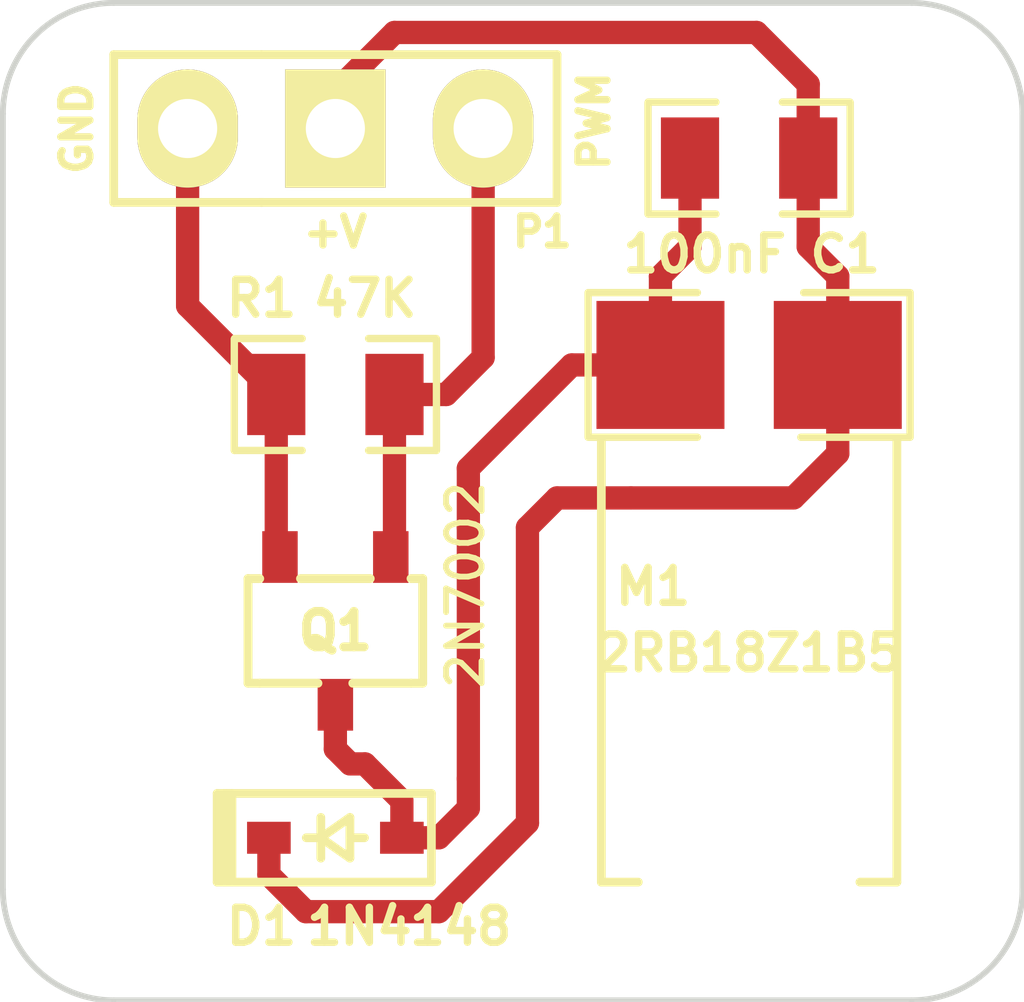
<source format=kicad_pcb>
(kicad_pcb (version 20171130) (host pcbnew "(5.1.12)-1")

  (general
    (thickness 1.6)
    (drawings 8)
    (tracks 45)
    (zones 0)
    (modules 6)
    (nets 5)
  )

  (page A4)
  (layers
    (0 F.Cu signal)
    (31 B.Cu signal)
    (32 B.Adhes user)
    (33 F.Adhes user hide)
    (34 B.Paste user)
    (35 F.Paste user)
    (36 B.SilkS user)
    (37 F.SilkS user)
    (38 B.Mask user)
    (39 F.Mask user)
    (40 Dwgs.User user)
    (41 Cmts.User user)
    (42 Eco1.User user)
    (43 Eco2.User user)
    (44 Edge.Cuts user)
    (45 Margin user)
    (46 B.CrtYd user)
    (47 F.CrtYd user)
    (48 B.Fab user)
    (49 F.Fab user)
  )

  (setup
    (last_trace_width 0.25)
    (trace_clearance 0.2)
    (zone_clearance 0.508)
    (zone_45_only no)
    (trace_min 0.2)
    (via_size 0.6)
    (via_drill 0.4)
    (via_min_size 0.4)
    (via_min_drill 0.3)
    (uvia_size 0.3)
    (uvia_drill 0.1)
    (uvias_allowed no)
    (uvia_min_size 0.2)
    (uvia_min_drill 0.1)
    (edge_width 0.1)
    (segment_width 0.2)
    (pcb_text_width 0.3)
    (pcb_text_size 1.5 1.5)
    (mod_edge_width 0.15)
    (mod_text_size 1 1)
    (mod_text_width 0.15)
    (pad_size 1.5 1.5)
    (pad_drill 0.6)
    (pad_to_mask_clearance 0)
    (aux_axis_origin 167.132 64.643)
    (visible_elements 7FFFFFFF)
    (pcbplotparams
      (layerselection 0x01020_00000001)
      (usegerberextensions false)
      (usegerberattributes true)
      (usegerberadvancedattributes true)
      (creategerberjobfile true)
      (excludeedgelayer true)
      (linewidth 0.100000)
      (plotframeref false)
      (viasonmask false)
      (mode 1)
      (useauxorigin false)
      (hpglpennumber 1)
      (hpglpenspeed 20)
      (hpglpendiameter 15.000000)
      (psnegative false)
      (psa4output false)
      (plotreference true)
      (plotvalue true)
      (plotinvisibletext false)
      (padsonsilk false)
      (subtractmaskfromsilk false)
      (outputformat 1)
      (mirror false)
      (drillshape 0)
      (scaleselection 1)
      (outputdirectory "gerbers/"))
  )

  (net 0 "")
  (net 1 "Net-(C1-Pad2)")
  (net 2 GND)
  (net 3 +5V)
  (net 4 "Net-(P1-Pad3)")

  (net_class Default "This is the default net class."
    (clearance 0.2)
    (trace_width 0.25)
    (via_dia 0.6)
    (via_drill 0.4)
    (uvia_dia 0.3)
    (uvia_drill 0.1)
  )

  (net_class Power ""
    (clearance 0.2)
    (trace_width 0.4)
    (via_dia 0.6)
    (via_drill 0.4)
    (uvia_dia 0.3)
    (uvia_drill 0.1)
    (add_net +5V)
    (add_net GND)
    (add_net "Net-(C1-Pad2)")
    (add_net "Net-(P1-Pad3)")
  )

  (module Vibration_motor (layer F.Cu) (tedit 555B8614) (tstamp 5540F8A3)
    (at 168.656 67.818 180)
    (path /5540F19B)
    (attr smd)
    (fp_text reference M1 (at 1.651 -3.81) (layer F.SilkS)
      (effects (font (size 0.6 0.6) (thickness 0.127)))
    )
    (fp_text value 2RB18Z1B5 (at 0 -4.953) (layer F.SilkS)
      (effects (font (size 0.6 0.6) (thickness 0.127)))
    )
    (fp_line (start -0.889 -1.243) (end -2.74 -1.243) (layer F.SilkS) (width 0.127))
    (fp_line (start 2.74 1.243) (end 0.889 1.243) (layer F.SilkS) (width 0.127))
    (fp_line (start 2.767 -1.243) (end 2.767 1.243) (layer F.SilkS) (width 0.127))
    (fp_line (start 0.889 -1.243) (end 2.74 -1.243) (layer F.SilkS) (width 0.127))
    (fp_line (start -2.74 1.243) (end -0.939 1.243) (layer F.SilkS) (width 0.127))
    (fp_line (start -2.767 -1.243) (end -2.767 1.243) (layer F.SilkS) (width 0.127))
    (fp_line (start 1.905 -8.89) (end 2.54 -8.89) (layer F.SilkS) (width 0.15))
    (fp_line (start -1.905 -8.89) (end -2.54 -8.89) (layer F.SilkS) (width 0.15))
    (fp_line (start 2.54 -8.89) (end 2.54 -1.27) (layer F.SilkS) (width 0.15))
    (fp_line (start -2.54 -8.89) (end -2.54 -1.27) (layer F.SilkS) (width 0.15))
    (pad 1 smd rect (at -1.524 0 180) (size 2.2 2.2) (layers F.Cu F.Paste F.Mask)
      (net 3 +5V))
    (pad 2 smd rect (at 1.524 0 180) (size 2.2 2.2) (layers F.Cu F.Paste F.Mask)
      (net 1 "Net-(C1-Pad2)"))
    (model smd/chip_cms.wrl
      (at (xyz 0 0 0))
      (scale (xyz 0.17 0.16 0.16))
      (rotate (xyz 0 0 0))
    )
  )

  (module Pin_Header_Straight_1x03_MOD (layer F.Cu) (tedit 5578180E) (tstamp 555B6B60)
    (at 159.004 63.754 90)
    (descr "Through hole pin header")
    (tags "pin header")
    (path /553FC63F)
    (fp_text reference P1 (at -1.778 6.096 180) (layer F.SilkS)
      (effects (font (size 0.5 0.5) (thickness 0.125)))
    )
    (fp_text value CONN (at 0 -3.1 90) (layer F.Fab) hide
      (effects (font (size 1 1) (thickness 0.15)))
    )
    (fp_line (start 1.27 -1.27) (end -1.27 -1.27) (layer F.SilkS) (width 0.15))
    (fp_line (start 1.27 6.35) (end 1.27 1.27) (layer F.SilkS) (width 0.15))
    (fp_line (start -1.27 6.35) (end 1.27 6.35) (layer F.SilkS) (width 0.15))
    (fp_line (start -1.27 1.27) (end -1.27 6.35) (layer F.SilkS) (width 0.15))
    (fp_line (start -1.75 6.85) (end 1.75 6.85) (layer F.CrtYd) (width 0.05))
    (fp_line (start -1.75 -1.75) (end 1.75 -1.75) (layer F.CrtYd) (width 0.05))
    (fp_line (start 1.75 -1.75) (end 1.75 6.85) (layer F.CrtYd) (width 0.05))
    (fp_line (start -1.75 -1.75) (end -1.75 6.85) (layer F.CrtYd) (width 0.05))
    (fp_line (start -1.27 1.27) (end -1.27 -1.27) (layer F.SilkS) (width 0.15))
    (fp_line (start 1.27 -1.27) (end 1.27 1.27) (layer F.SilkS) (width 0.15))
    (fp_text user PWM (at 0.127 6.985 270) (layer F.SilkS)
      (effects (font (size 0.5 0.5) (thickness 0.125)))
    )
    (fp_text user +V (at -1.778 2.54 180) (layer F.SilkS)
      (effects (font (size 0.5 0.5) (thickness 0.125)))
    )
    (fp_text user GND (at 0 -1.905 270) (layer F.SilkS)
      (effects (font (size 0.5 0.5) (thickness 0.125)))
    )
    (pad 1 thru_hole oval (at 0 0 90) (size 2.032 1.7272) (drill 1.016) (layers *.Cu *.Mask F.SilkS)
      (net 2 GND))
    (pad 2 thru_hole rect (at 0 2.54 90) (size 2.032 1.7272) (drill 1.016) (layers *.Cu *.Mask F.SilkS)
      (net 3 +5V))
    (pad 3 thru_hole oval (at 0 5.08 90) (size 2.032 1.7272) (drill 1.016) (layers *.Cu *.Mask F.SilkS)
      (net 4 "Net-(P1-Pad3)"))
    (model Pin_Headers.3dshapes/Pin_Header_Straight_1x03.wrl
      (offset (xyz 0 -2.539999961853027 0))
      (scale (xyz 1 1 1))
      (rotate (xyz 0 0 90))
    )
  )

  (module "module library:SMD0805" (layer F.Cu) (tedit 555201EF) (tstamp 5551F689)
    (at 168.656 64.262 180)
    (path /553FB5F0)
    (attr smd)
    (fp_text reference C1 (at -1.651 -1.651) (layer F.SilkS)
      (effects (font (size 0.6 0.6) (thickness 0.127)))
    )
    (fp_text value 100nF (at 0.762 -1.651) (layer F.SilkS)
      (effects (font (size 0.6 0.6) (thickness 0.127)))
    )
    (fp_line (start 1.7335 0.962) (end 0.5715 0.962) (layer F.SilkS) (width 0.127))
    (fp_line (start 1.7375 -0.962) (end 1.7375 0.95) (layer F.SilkS) (width 0.127))
    (fp_line (start 0.5715 -0.962) (end 1.7335 -0.962) (layer F.SilkS) (width 0.127))
    (fp_line (start -1.7335 -0.962) (end -0.5715 -0.962) (layer F.SilkS) (width 0.127))
    (fp_line (start -1.7375 0.95) (end -1.7375 -0.962) (layer F.SilkS) (width 0.127))
    (fp_line (start -0.5715 0.962) (end -1.7335 0.962) (layer F.SilkS) (width 0.127))
    (pad 1 smd rect (at -1.016 0 180) (size 1 1.397) (layers F.Cu F.Paste F.Mask)
      (net 3 +5V))
    (pad 2 smd rect (at 1.016 0 180) (size 1 1.397) (layers F.Cu F.Paste F.Mask)
      (net 1 "Net-(C1-Pad2)"))
    (model smd/chip_cms.wrl
      (at (xyz 0 0 0))
      (scale (xyz 0.1 0.1 0.1))
      (rotate (xyz 0 0 0))
    )
  )

  (module "module library:SMD0805" (layer F.Cu) (tedit 55520218) (tstamp 5551F6DD)
    (at 161.544 68.326 180)
    (path /553FB565)
    (attr smd)
    (fp_text reference R1 (at 1.27 1.651) (layer F.SilkS)
      (effects (font (size 0.6 0.6) (thickness 0.127)))
    )
    (fp_text value 47K (at -0.508 1.651) (layer F.SilkS)
      (effects (font (size 0.6 0.6) (thickness 0.127)))
    )
    (fp_line (start 1.7335 0.962) (end 0.5715 0.962) (layer F.SilkS) (width 0.127))
    (fp_line (start 1.7375 -0.962) (end 1.7375 0.95) (layer F.SilkS) (width 0.127))
    (fp_line (start 0.5715 -0.962) (end 1.7335 -0.962) (layer F.SilkS) (width 0.127))
    (fp_line (start -1.7335 -0.962) (end -0.5715 -0.962) (layer F.SilkS) (width 0.127))
    (fp_line (start -1.7375 0.95) (end -1.7375 -0.962) (layer F.SilkS) (width 0.127))
    (fp_line (start -0.5715 0.962) (end -1.7335 0.962) (layer F.SilkS) (width 0.127))
    (pad 1 smd rect (at -1.016 0 180) (size 1 1.397) (layers F.Cu F.Paste F.Mask)
      (net 4 "Net-(P1-Pad3)"))
    (pad 2 smd rect (at 1.016 0 180) (size 1 1.397) (layers F.Cu F.Paste F.Mask)
      (net 2 GND))
    (model smd/chip_cms.wrl
      (at (xyz 0 0 0))
      (scale (xyz 0.1 0.1 0.1))
      (rotate (xyz 0 0 0))
    )
  )

  (module "module library:SOD-323" (layer F.Cu) (tedit 557805AF) (tstamp 5551FB8B)
    (at 161.544 75.946)
    (descr SOD-323)
    (tags SOD-323)
    (path /5540F39F)
    (attr smd)
    (fp_text reference D1 (at -1.27 1.524) (layer F.SilkS)
      (effects (font (size 0.6 0.6) (thickness 0.127)))
    )
    (fp_text value 1N4148 (at 1.27 1.524) (layer F.SilkS)
      (effects (font (size 0.6 0.6) (thickness 0.127)))
    )
    (fp_line (start -1.6905 -0.95) (end -1.6905 0.95) (layer F.CrtYd) (width 0.05))
    (fp_line (start -1.6905 0.95) (end 1.63 0.95) (layer F.CrtYd) (width 0.05))
    (fp_line (start 1.627 -0.95) (end 1.627 0.95) (layer F.CrtYd) (width 0.05))
    (fp_line (start -1.6905 -0.95) (end 1.63 -0.95) (layer F.CrtYd) (width 0.05))
    (fp_line (start -0.25 -0.35) (end -0.25 0.35) (layer F.SilkS) (width 0.15))
    (fp_line (start 0.25 0.35) (end -0.25 0) (layer F.SilkS) (width 0.15))
    (fp_line (start 0.25 -0.35) (end 0.25 0.35) (layer F.SilkS) (width 0.15))
    (fp_line (start -0.25 0) (end 0.25 -0.35) (layer F.SilkS) (width 0.15))
    (fp_line (start -0.25 0) (end -0.5 0) (layer F.SilkS) (width 0.15))
    (fp_line (start 0.25 0) (end 0.5 0) (layer F.SilkS) (width 0.15))
    (fp_line (start 1.651 0.762) (end -2.032 0.762) (layer F.SilkS) (width 0.15))
    (fp_line (start -1.905 -0.762) (end 1.651 -0.762) (layer F.SilkS) (width 0.15))
    (fp_line (start 1.651 -0.762) (end 1.651 0.762) (layer F.SilkS) (width 0.15))
    (fp_line (start -1.778 -0.762) (end -1.778 0.762) (layer F.SilkS) (width 0.15))
    (fp_line (start -1.905 0.762) (end -1.905 -0.762) (layer F.SilkS) (width 0.15))
    (fp_line (start -2.032 -0.762) (end -2.032 0.762) (layer F.SilkS) (width 0.15))
    (fp_line (start -2.032 -0.762) (end -1.778 -0.762) (layer F.SilkS) (width 0.15))
    (pad 1 smd rect (at -1.143 0) (size 0.75 0.55) (layers F.Cu F.Paste F.Mask)
      (net 3 +5V))
    (pad 2 smd rect (at 1.143 0) (size 0.75 0.55) (layers F.Cu F.Paste F.Mask)
      (net 1 "Net-(C1-Pad2)"))
  )

  (module "module library:SOT23-5_MOD_PINOUT" (layer F.Cu) (tedit 555B8867) (tstamp 555206F9)
    (at 161.544 72.39 180)
    (tags SOT23-5_Opendous)
    (path /553FBAA5)
    (attr smd)
    (fp_text reference Q1 (at 0 0 180) (layer F.SilkS)
      (effects (font (size 0.6096 0.6096) (thickness 0.1524)))
    )
    (fp_text value 2N7002 (at -2.2352 0.7874 90) (layer F.SilkS)
      (effects (font (size 0.6096 0.6096) (thickness 0.1)))
    )
    (fp_line (start 1.50114 0.89916) (end 1.50114 -0.89916) (layer F.SilkS) (width 0.1524))
    (fp_line (start 1.50114 -0.89916) (end 1.30048 -0.89916) (layer F.SilkS) (width 0.1524))
    (fp_line (start 1.50114 0.89916) (end 1.30048 0.89916) (layer F.SilkS) (width 0.1524))
    (fp_line (start -1.50114 0.89916) (end -1.30048 0.89916) (layer F.SilkS) (width 0.1524))
    (fp_line (start -1.50114 -0.89916) (end -1.50114 0.89916) (layer F.SilkS) (width 0.1524))
    (fp_line (start -1.50114 -0.89916) (end -1.30048 -0.89916) (layer F.SilkS) (width 0.1524))
    (fp_line (start 1.30048 -0.89916) (end 0.29972 -0.89916) (layer F.SilkS) (width 0.1524))
    (fp_line (start -1.30048 -0.89916) (end -0.29972 -0.89916) (layer F.SilkS) (width 0.1524))
    (fp_line (start -0.59944 0.89916) (end 0.59944 0.89916) (layer F.SilkS) (width 0.1524))
    (pad 3 smd rect (at 0.9525 1.27 180) (size 0.6096 0.889) (layers F.Cu F.Paste F.Mask)
      (net 2 GND))
    (pad 2 smd rect (at -0.9525 1.27 180) (size 0.6096 0.889) (layers F.Cu F.Paste F.Mask)
      (net 4 "Net-(P1-Pad3)"))
    (pad 1 smd rect (at 0 -1.27 180) (size 0.6096 0.889) (layers F.Cu F.Paste F.Mask)
      (net 1 "Net-(C1-Pad2)"))
    (model techno/SOT23_6.wrl
      (offset (xyz 0 0 0.02539999961853028))
      (scale (xyz 0.3937 0.3937 0.3937))
      (rotate (xyz -90 0 0))
    )
  )

  (gr_line (start 171.45 78.74) (end 157.734 78.74) (angle 90) (layer Edge.Cuts) (width 0.1))
  (gr_line (start 157.734 61.595) (end 171.45 61.595) (angle 90) (layer Edge.Cuts) (width 0.1))
  (gr_line (start 155.829 63.5) (end 155.829 76.835) (angle 90) (layer Edge.Cuts) (width 0.1))
  (gr_line (start 173.355 63.5) (end 173.355 76.835) (angle 90) (layer Edge.Cuts) (width 0.1))
  (gr_arc (start 157.734 76.835) (end 157.734 78.74) (angle 90) (layer Edge.Cuts) (width 0.1))
  (gr_arc (start 171.45 76.835) (end 173.355 76.835) (angle 90) (layer Edge.Cuts) (width 0.1))
  (gr_arc (start 157.734 63.5) (end 155.829 63.5) (angle 90) (layer Edge.Cuts) (width 0.1))
  (gr_arc (start 171.45 63.5) (end 171.45 61.595) (angle 90) (layer Edge.Cuts) (width 0.1))

  (segment (start 167.64 65.786) (end 167.132 66.294) (width 0.4) (layer F.Cu) (net 1) (tstamp 557806B2))
  (segment (start 167.64 64.262) (end 167.64 65.786) (width 0.4) (layer F.Cu) (net 1))
  (segment (start 167.132 66.294) (end 167.132 67.818) (width 0.4) (layer F.Cu) (net 1) (tstamp 557806B3))
  (segment (start 162.687 75.946) (end 162.814 75.946) (width 0.4) (layer F.Cu) (net 1))
  (segment (start 162.687 75.311) (end 162.052 74.676) (width 0.4) (layer F.Cu) (net 1) (tstamp 557815DA))
  (segment (start 162.052 74.676) (end 161.798 74.676) (width 0.4) (layer F.Cu) (net 1) (tstamp 557815DF))
  (segment (start 161.798 74.676) (end 161.544 74.422) (width 0.4) (layer F.Cu) (net 1) (tstamp 557815))
  (segment (start 161.544 74.422) (end 161.544 73.66) (width 0.4) (layer F.Cu) (net 1) (tstamp 55781500))
  (segment (start 162.687 75.946) (end 162.687 75.311) (width 0.4) (layer F.Cu) (net 1))
  (segment (start 163.322 75.946) (end 163.83 75.438) (width 0.4) (layer F.Cu) (net 1) (tstamp 557815EA))
  (segment (start 163.83 75.438) (end 163.83 74.93) (width 0.4) (layer F.Cu) (net 1) (tstamp 557815F0))
  (segment (start 163.83 69.596) (end 165.608 67.818) (width 0.4) (layer F.Cu) (net 1) (tstamp 557806B7))
  (segment (start 165.608 67.818) (end 167.132 67.818) (width 0.4) (layer F.Cu) (net 1) (tstamp 557806B8))
  (segment (start 163.83 74.93) (end 163.83 70.612) (width 0.4) (layer F.Cu) (net 1) (tstamp 55780643))
  (segment (start 163.83 70.612) (end 163.83 69.596) (width 0.4) (layer F.Cu) (net 1))
  (segment (start 162.687 75.946) (end 163.322 75.946) (width 0.4) (layer F.Cu) (net 1))
  (segment (start 159.004 66.802) (end 160.528 68.326) (width 0.4) (layer F.Cu) (net 2))
  (segment (start 159.004 63.754) (end 159.004 66.802) (width 0.4) (layer F.Cu) (net 2))
  (segment (start 160.528 71.0565) (end 160.5915 71.12) (width 0.4) (layer F.Cu) (net 2))
  (segment (start 160.528 68.326) (end 160.528 71.0565) (width 0.4) (layer F.Cu) (net 2))
  (segment (start 161.544 63.754) (end 161.544 63.119) (width 0.4) (layer F.Cu) (net 3))
  (segment (start 161.544 63.119) (end 162.56 62.103) (width 0.4) (layer F.Cu) (net 3) (tstamp 557C1896))
  (segment (start 169.672 62.992) (end 169.672 64.262) (width 0.4) (layer F.Cu) (net 3) (tstamp 557C18A3))
  (segment (start 168.783 62.103) (end 169.672 62.992) (width 0.4) (layer F.Cu) (net 3) (tstamp 557C189F))
  (segment (start 162.56 62.103) (end 168.783 62.103) (width 0.4) (layer F.Cu) (net 3) (tstamp 557C189A))
  (segment (start 169.672 64.262) (end 169.672 65.786) (width 0.4) (layer F.Cu) (net 3))
  (segment (start 170.18 66.294) (end 170.18 67.818) (width 0.4) (layer F.Cu) (net 3) (tstamp 557806AF))
  (segment (start 169.672 65.786) (end 170.18 66.294) (width 0.4) (layer F.Cu) (net 3) (tstamp 557806AE))
  (segment (start 161.036 77.216) (end 163.322 77.216) (width 0.4) (layer F.Cu) (net 3) (tstamp 55781560))
  (segment (start 160.401 76.581) (end 161.036 77.216) (width 0.4) (layer F.Cu) (net 3) (tstamp 5578155F))
  (segment (start 160.401 75.946) (end 160.401 76.581) (width 0.4) (layer F.Cu) (net 3))
  (segment (start 165.354 70.104) (end 164.846 70.612) (width 0.4) (layer F.Cu) (net 3) (tstamp 557815FF))
  (segment (start 164.846 70.612) (end 164.846 75.692) (width 0.4) (layer F.Cu) (net 3) (tstamp 55781602))
  (segment (start 164.846 75.692) (end 163.322 77.216) (width 0.4) (layer F.Cu) (net 3) (tstamp 55781609))
  (segment (start 170.18 67.818) (end 170.18 69.342) (width 0.4) (layer F.Cu) (net 3) (tstamp 5578156F))
  (segment (start 169.418 70.104) (end 170.18 69.342) (width 0.4) (layer F.Cu) (net 3) (tstamp 5578156E))
  (segment (start 166.624 70.104) (end 169.418 70.104) (width 0.4) (layer F.Cu) (net 3) (tstamp 5578156D))
  (segment (start 166.624 70.104) (end 165.354 70.104) (width 0.4) (layer F.Cu) (net 3))
  (segment (start 161.544 63.754) (end 161.544 63.246) (width 0.4) (layer F.Cu) (net 3))
  (segment (start 164.084 63.754) (end 164.084 67.691) (width 0.4) (layer F.Cu) (net 4))
  (segment (start 163.449 68.326) (end 162.56 68.326) (width 0.4) (layer F.Cu) (net 4) (tstamp 55805222))
  (segment (start 164.084 67.691) (end 163.449 68.326) (width 0.4) (layer F.Cu) (net 4) (tstamp 55805220))
  (segment (start 162.56 68.326) (end 162.56 71.0565) (width 0.4) (layer F.Cu) (net 4))
  (segment (start 162.56 71.0565) (end 162.4965 71.12) (width 0.4) (layer F.Cu) (net 4) (tstamp 5580521D))
  (segment (start 162.56 71.0565) (end 162.4965 71.12) (width 0.25) (layer F.Cu) (net 4) (tstamp 55780626))

)

</source>
